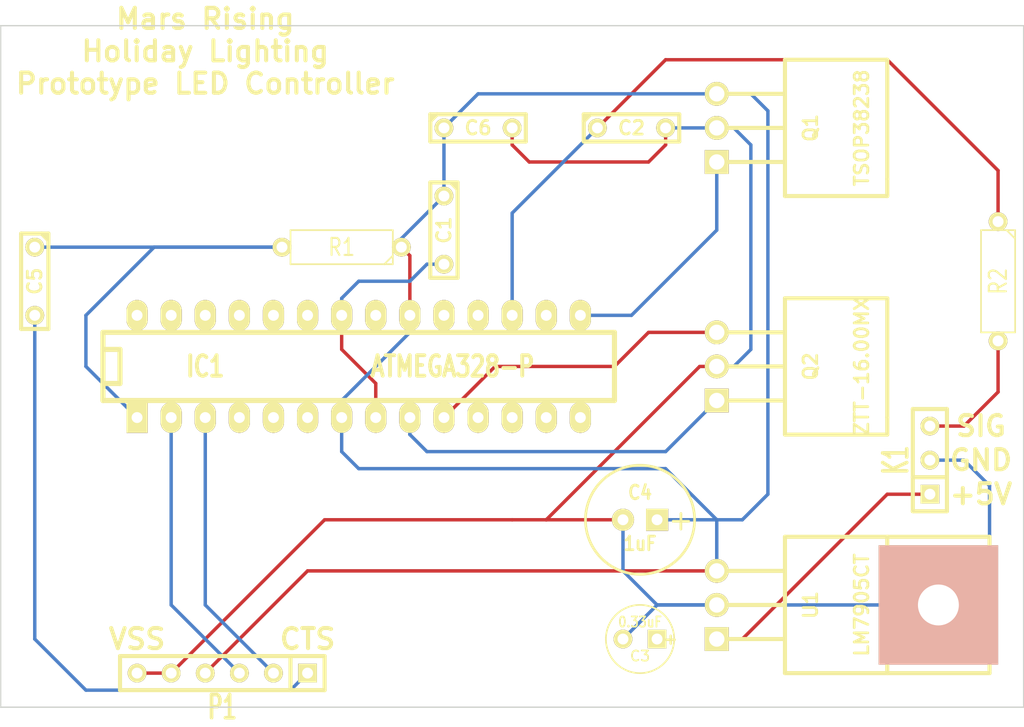
<source format=kicad_pcb>
(kicad_pcb (version 3) (host pcbnew "(2013-07-07 BZR 4022)-stable")

  (general
    (links 32)
    (no_connects 1)
    (area 170.764999 111.074999 247.20518 163.19627)
    (thickness 1.6)
    (drawings 10)
    (tracks 95)
    (zones 0)
    (modules 14)
    (nets 14)
  )

  (page USLetter)
  (title_block 
    (title "LED Controller PTH")
    (rev 1)
    (company "Mars Rising")
  )

  (layers
    (15 F.Cu signal)
    (0 B.Cu signal)
    (16 B.Adhes user)
    (17 F.Adhes user)
    (18 B.Paste user)
    (19 F.Paste user)
    (20 B.SilkS user)
    (21 F.SilkS user)
    (22 B.Mask user)
    (23 F.Mask user)
    (24 Dwgs.User user)
    (25 Cmts.User user)
    (26 Eco1.User user)
    (27 Eco2.User user)
    (28 Edge.Cuts user)
  )

  (setup
    (last_trace_width 0.254)
    (trace_clearance 0.254)
    (zone_clearance 0.508)
    (zone_45_only no)
    (trace_min 0.254)
    (segment_width 0.2)
    (edge_width 0.1)
    (via_size 0.889)
    (via_drill 0.635)
    (via_min_size 0.889)
    (via_min_drill 0.508)
    (uvia_size 0.508)
    (uvia_drill 0.127)
    (uvias_allowed no)
    (uvia_min_size 0.508)
    (uvia_min_drill 0.127)
    (pcb_text_width 0.3)
    (pcb_text_size 1.5 1.5)
    (mod_edge_width 0.3)
    (mod_text_size 1 1)
    (mod_text_width 0.15)
    (pad_size 8.89 8.89)
    (pad_drill 3.048)
    (pad_to_mask_clearance 0)
    (aux_axis_origin 0 0)
    (visible_elements 7FFFFFFF)
    (pcbplotparams
      (layerselection 284196865)
      (usegerberextensions true)
      (excludeedgelayer true)
      (linewidth 0.150000)
      (plotframeref false)
      (viasonmask false)
      (mode 1)
      (useauxorigin false)
      (hpglpennumber 1)
      (hpglpenspeed 20)
      (hpglpendiameter 15)
      (hpglpenoverlay 2)
      (psnegative false)
      (psa4output false)
      (plotreference true)
      (plotvalue true)
      (plotothertext true)
      (plotinvisibletext false)
      (padsonsilk false)
      (subtractmaskfromsilk false)
      (outputformat 1)
      (mirror false)
      (drillshape 0)
      (scaleselection 1)
      (outputdirectory "LED Controller PTH Gerber/"))
  )

  (net 0 "")
  (net 1 N-0000015)
  (net 2 N-0000016)
  (net 3 N-0000017)
  (net 4 N-0000021)
  (net 5 N-0000024)
  (net 6 N-0000025)
  (net 7 N-0000026)
  (net 8 N-0000027)
  (net 9 N-0000028)
  (net 10 N-0000029)
  (net 11 VCC)
  (net 12 VPP)
  (net 13 VSS)

  (net_class Default "This is the default net class."
    (clearance 0.254)
    (trace_width 0.254)
    (via_dia 0.889)
    (via_drill 0.635)
    (uvia_dia 0.508)
    (uvia_drill 0.127)
    (add_net "")
    (add_net N-0000015)
    (add_net N-0000016)
    (add_net N-0000017)
    (add_net N-0000021)
    (add_net N-0000024)
    (add_net N-0000025)
    (add_net N-0000026)
    (add_net N-0000027)
    (add_net N-0000028)
    (add_net N-0000029)
    (add_net VCC)
    (add_net VPP)
    (add_net VSS)
  )

  (module TO220 (layer F.Cu) (tedit 5387C1A7) (tstamp 5387BE17)
    (at 149.225 90.805)
    (descr "Transistor TO 220")
    (tags "TR TO220 DEV")
    (path /538757A6)
    (fp_text reference Q1 (at 6.985 0 90) (layer F.SilkS)
      (effects (font (size 1.016 1.016) (thickness 0.2032)))
    )
    (fp_text value TSOP38238 (at 10.795 0 90) (layer F.SilkS)
      (effects (font (size 1.016 1.016) (thickness 0.2032)))
    )
    (fp_line (start 12.7 5.08) (end 5.08 5.08) (layer F.SilkS) (width 0.3))
    (fp_line (start 5.08 -5.08) (end 12.7 -5.08) (layer F.SilkS) (width 0.3))
    (fp_line (start 0 -2.54) (end 5.08 -2.54) (layer F.SilkS) (width 0.3048))
    (fp_line (start 0 0) (end 5.08 0) (layer F.SilkS) (width 0.3048))
    (fp_line (start 0 2.54) (end 5.08 2.54) (layer F.SilkS) (width 0.3048))
    (fp_line (start 5.08 -5.08) (end 5.08 5.08) (layer F.SilkS) (width 0.3048))
    (fp_line (start 12.7 3.81) (end 12.7 -5.08) (layer F.SilkS) (width 0.3048))
    (fp_line (start 12.7 3.81) (end 12.7 5.08) (layer F.SilkS) (width 0.3048))
    (pad 1 thru_hole rect (at 0 2.54) (size 1.778 1.778) (drill 1.143)
      (layers *.Cu *.Mask F.SilkS)
      (net 5 N-0000024)
    )
    (pad 3 thru_hole circle (at 0 -2.54) (size 1.778 1.778) (drill 1.143)
      (layers *.Cu *.Mask F.SilkS)
      (net 11 VCC)
    )
    (pad 2 thru_hole circle (at 0 0) (size 1.778 1.778) (drill 1.143)
      (layers *.Cu *.Mask F.SilkS)
      (net 13 VSS)
    )
    (model discret/to220_horiz.wrl
      (at (xyz 0 0 0))
      (scale (xyz 1 1 1))
      (rotate (xyz 0 0 0))
    )
  )

  (module TO220 (layer F.Cu) (tedit 5387C144) (tstamp 5387BE28)
    (at 149.225 108.585)
    (descr "Transistor TO 220")
    (tags "TR TO220 DEV")
    (path /5387776F)
    (fp_text reference Q2 (at 6.985 0 90) (layer F.SilkS)
      (effects (font (size 1.016 1.016) (thickness 0.2032)))
    )
    (fp_text value ZTT-16.00MX (at 10.795 0 90) (layer F.SilkS)
      (effects (font (size 1.016 1.016) (thickness 0.2032)))
    )
    (fp_line (start 5.08 -5.08) (end 12.7 -5.08) (layer F.SilkS) (width 0.3))
    (fp_line (start 12.7 -5.08) (end 12.7 5.08) (layer F.SilkS) (width 0.15))
    (fp_line (start 12.7 5.08) (end 5.08 5.08) (layer F.SilkS) (width 0.3))
    (fp_line (start 5.08 5.08) (end 5.08 -5.08) (layer F.SilkS) (width 0.15))
    (fp_line (start 0 -2.54) (end 5.08 -2.54) (layer F.SilkS) (width 0.3048))
    (fp_line (start 0 0) (end 5.08 0) (layer F.SilkS) (width 0.3048))
    (fp_line (start 0 2.54) (end 5.08 2.54) (layer F.SilkS) (width 0.3048))
    (fp_line (start 5.08 -5.08) (end 5.08 5.08) (layer F.SilkS) (width 0.3048))
    (fp_line (start 12.7 3.81) (end 12.7 -5.08) (layer F.SilkS) (width 0.3048))
    (fp_line (start 12.7 3.81) (end 12.7 5.08) (layer F.SilkS) (width 0.3048))
    (pad 1 thru_hole rect (at 0 2.54) (size 1.778 1.778) (drill 1.143)
      (layers *.Cu *.Mask F.SilkS)
      (net 8 N-0000027)
    )
    (pad 3 thru_hole circle (at 0 -2.54) (size 1.778 1.778) (drill 1.143)
      (layers *.Cu *.Mask F.SilkS)
      (net 9 N-0000028)
    )
    (pad 2 thru_hole circle (at 0 0) (size 1.778 1.778) (drill 1.143)
      (layers *.Cu *.Mask F.SilkS)
      (net 13 VSS)
    )
    (model discret/to220_horiz.wrl
      (at (xyz 0 0 0))
      (scale (xyz 1 1 1))
      (rotate (xyz 0 0 0))
    )
  )

  (module TO220 (layer F.Cu) (tedit 5387C00B) (tstamp 5387BE39)
    (at 149.225 126.365)
    (descr "Transistor TO 220")
    (tags "TR TO220 DEV")
    (path /5387842B)
    (fp_text reference U1 (at 6.985 0 90) (layer F.SilkS)
      (effects (font (size 1.016 1.016) (thickness 0.2032)))
    )
    (fp_text value LM7905CT (at 10.795 0 90) (layer F.SilkS)
      (effects (font (size 1.016 1.016) (thickness 0.2032)))
    )
    (fp_line (start 0 -2.54) (end 5.08 -2.54) (layer F.SilkS) (width 0.3048))
    (fp_line (start 0 0) (end 5.08 0) (layer F.SilkS) (width 0.3048))
    (fp_line (start 0 2.54) (end 5.08 2.54) (layer F.SilkS) (width 0.3048))
    (fp_line (start 5.08 5.08) (end 20.32 5.08) (layer F.SilkS) (width 0.3048))
    (fp_line (start 20.32 5.08) (end 20.32 -5.08) (layer F.SilkS) (width 0.3048))
    (fp_line (start 20.32 -5.08) (end 5.08 -5.08) (layer F.SilkS) (width 0.3048))
    (fp_line (start 5.08 -5.08) (end 5.08 5.08) (layer F.SilkS) (width 0.3048))
    (fp_line (start 12.7 3.81) (end 12.7 -5.08) (layer F.SilkS) (width 0.3048))
    (fp_line (start 12.7 3.81) (end 12.7 5.08) (layer F.SilkS) (width 0.3048))
    (pad 1 thru_hole rect (at 0 2.54) (size 1.778 1.778) (drill 1.143)
      (layers *.Cu *.Mask F.SilkS)
      (net 12 VPP)
    )
    (pad 3 thru_hole circle (at 0 -2.54) (size 1.778 1.778) (drill 1.143)
      (layers *.Cu *.Mask F.SilkS)
      (net 11 VCC)
    )
    (pad 2 thru_hole circle (at 0 0) (size 1.778 1.778) (drill 1.143)
      (layers *.Cu *.Mask F.SilkS)
      (net 13 VSS)
    )
    (pad 4 thru_hole rect (at 16.51 0) (size 8.89 8.89) (drill 3.048)
      (layers *.Cu *.SilkS *.Mask)
    )
    (model discret/to220_horiz.wrl
      (at (xyz 0 0 0))
      (scale (xyz 1 1 1))
      (rotate (xyz 0 0 0))
    )
  )

  (module SIL-6 (layer F.Cu) (tedit 200000) (tstamp 5387BE48)
    (at 112.395 131.445 180)
    (descr "Connecteur 6 pins")
    (tags "CONN DEV")
    (path /538785A9)
    (fp_text reference P1 (at 0 -2.54 180) (layer F.SilkS)
      (effects (font (size 1.72974 1.08712) (thickness 0.3048)))
    )
    (fp_text value CONN_6 (at 0 -2.54 180) (layer F.SilkS) hide
      (effects (font (size 1.524 1.016) (thickness 0.3048)))
    )
    (fp_line (start -7.62 1.27) (end -7.62 -1.27) (layer F.SilkS) (width 0.3048))
    (fp_line (start -7.62 -1.27) (end 7.62 -1.27) (layer F.SilkS) (width 0.3048))
    (fp_line (start 7.62 -1.27) (end 7.62 1.27) (layer F.SilkS) (width 0.3048))
    (fp_line (start 7.62 1.27) (end -7.62 1.27) (layer F.SilkS) (width 0.3048))
    (fp_line (start -5.08 1.27) (end -5.08 -1.27) (layer F.SilkS) (width 0.3048))
    (pad 1 thru_hole rect (at -6.35 0 180) (size 1.397 1.397) (drill 0.8128)
      (layers *.Cu *.Mask F.SilkS)
      (net 3 N-0000017)
    )
    (pad 2 thru_hole circle (at -3.81 0 180) (size 1.397 1.397) (drill 0.8128)
      (layers *.Cu *.Mask F.SilkS)
      (net 2 N-0000016)
    )
    (pad 3 thru_hole circle (at -1.27 0 180) (size 1.397 1.397) (drill 0.8128)
      (layers *.Cu *.Mask F.SilkS)
      (net 10 N-0000029)
    )
    (pad 4 thru_hole circle (at 1.27 0 180) (size 1.397 1.397) (drill 0.8128)
      (layers *.Cu *.Mask F.SilkS)
      (net 11 VCC)
    )
    (pad 5 thru_hole circle (at 3.81 0 180) (size 1.397 1.397) (drill 0.8128)
      (layers *.Cu *.Mask F.SilkS)
      (net 13 VSS)
    )
    (pad 6 thru_hole circle (at 6.35 0 180) (size 1.397 1.397) (drill 0.8128)
      (layers *.Cu *.Mask F.SilkS)
      (net 13 VSS)
    )
  )

  (module SIL-3 (layer F.Cu) (tedit 200000) (tstamp 5387BE54)
    (at 165.1 115.57 90)
    (descr "Connecteur 3 pins")
    (tags "CONN DEV")
    (path /53875169)
    (fp_text reference K1 (at 0 -2.54 90) (layer F.SilkS)
      (effects (font (size 1.7907 1.07696) (thickness 0.3048)))
    )
    (fp_text value CONN_3 (at 0 -2.54 90) (layer F.SilkS) hide
      (effects (font (size 1.524 1.016) (thickness 0.3048)))
    )
    (fp_line (start -3.81 1.27) (end -3.81 -1.27) (layer F.SilkS) (width 0.3048))
    (fp_line (start -3.81 -1.27) (end 3.81 -1.27) (layer F.SilkS) (width 0.3048))
    (fp_line (start 3.81 -1.27) (end 3.81 1.27) (layer F.SilkS) (width 0.3048))
    (fp_line (start 3.81 1.27) (end -3.81 1.27) (layer F.SilkS) (width 0.3048))
    (fp_line (start -1.27 -1.27) (end -1.27 1.27) (layer F.SilkS) (width 0.3048))
    (pad 1 thru_hole rect (at -2.54 0 90) (size 1.397 1.397) (drill 0.8128)
      (layers *.Cu *.Mask F.SilkS)
      (net 12 VPP)
    )
    (pad 2 thru_hole circle (at 0 0 90) (size 1.397 1.397) (drill 0.8128)
      (layers *.Cu *.Mask F.SilkS)
      (net 13 VSS)
    )
    (pad 3 thru_hole circle (at 2.54 0 90) (size 1.397 1.397) (drill 0.8128)
      (layers *.Cu *.Mask F.SilkS)
      (net 4 N-0000021)
    )
  )

  (module R3-5 (layer F.Cu) (tedit 3F979F9F) (tstamp 5387BE62)
    (at 121.285 99.695 180)
    (path /53879813)
    (fp_text reference R1 (at 0 0 180) (layer F.SilkS)
      (effects (font (size 1.27 1.016) (thickness 0.1524)))
    )
    (fp_text value 10K (at 0 0 180) (layer F.SilkS) hide
      (effects (font (size 1.27 1.016) (thickness 0.1524)))
    )
    (fp_line (start -3.81 -0.635) (end -3.81 1.27) (layer F.SilkS) (width 0.127))
    (fp_line (start -3.81 1.27) (end 3.81 1.27) (layer F.SilkS) (width 0.127))
    (fp_line (start 3.81 1.27) (end 3.81 -1.27) (layer F.SilkS) (width 0.127))
    (fp_line (start 3.81 -1.27) (end -3.81 -1.27) (layer F.SilkS) (width 0.127))
    (fp_line (start -3.81 -1.27) (end -3.81 -0.635) (layer F.SilkS) (width 0.127))
    (fp_line (start -4.445 0) (end -3.81 0) (layer F.SilkS) (width 0.127))
    (fp_line (start 3.81 0) (end 4.445 0) (layer F.SilkS) (width 0.127))
    (fp_line (start -3.81 -0.635) (end -3.175 -1.27) (layer F.SilkS) (width 0.127))
    (pad 1 thru_hole circle (at -4.445 0 180) (size 1.397 1.397) (drill 0.8128)
      (layers *.Cu *.Mask F.SilkS)
      (net 11 VCC)
    )
    (pad 2 thru_hole circle (at 4.445 0 180) (size 1.397 1.397) (drill 0.8128)
      (layers *.Cu *.Mask F.SilkS)
      (net 1 N-0000015)
    )
    (model discret/resistor.wrl
      (at (xyz 0 0 0))
      (scale (xyz 0.35 0.35 0.3))
      (rotate (xyz 0 0 0))
    )
  )

  (module DIP-28__300_ELL (layer F.Cu) (tedit 200000) (tstamp 5387BE89)
    (at 122.555 108.585)
    (descr "28 pins DIL package, elliptical pads, width 300mil")
    (tags DIL)
    (path /53875122)
    (fp_text reference IC1 (at -11.43 0) (layer F.SilkS)
      (effects (font (size 1.524 1.143) (thickness 0.3048)))
    )
    (fp_text value ATMEGA328-P (at 6.985 0) (layer F.SilkS)
      (effects (font (size 1.524 1.143) (thickness 0.3048)))
    )
    (fp_line (start -19.05 -2.54) (end 19.05 -2.54) (layer F.SilkS) (width 0.381))
    (fp_line (start 19.05 -2.54) (end 19.05 2.54) (layer F.SilkS) (width 0.381))
    (fp_line (start 19.05 2.54) (end -19.05 2.54) (layer F.SilkS) (width 0.381))
    (fp_line (start -19.05 2.54) (end -19.05 -2.54) (layer F.SilkS) (width 0.381))
    (fp_line (start -19.05 -1.27) (end -17.78 -1.27) (layer F.SilkS) (width 0.381))
    (fp_line (start -17.78 -1.27) (end -17.78 1.27) (layer F.SilkS) (width 0.381))
    (fp_line (start -17.78 1.27) (end -19.05 1.27) (layer F.SilkS) (width 0.381))
    (pad 2 thru_hole oval (at -13.97 3.81) (size 1.5748 2.286) (drill 0.8128)
      (layers *.Cu *.Mask F.SilkS)
      (net 10 N-0000029)
    )
    (pad 3 thru_hole oval (at -11.43 3.81) (size 1.5748 2.286) (drill 0.8128)
      (layers *.Cu *.Mask F.SilkS)
      (net 2 N-0000016)
    )
    (pad 4 thru_hole oval (at -8.89 3.81) (size 1.5748 2.286) (drill 0.8128)
      (layers *.Cu *.Mask F.SilkS)
    )
    (pad 5 thru_hole oval (at -6.35 3.81) (size 1.5748 2.286) (drill 0.8128)
      (layers *.Cu *.Mask F.SilkS)
    )
    (pad 6 thru_hole oval (at -3.81 3.81) (size 1.5748 2.286) (drill 0.8128)
      (layers *.Cu *.Mask F.SilkS)
    )
    (pad 7 thru_hole oval (at -1.27 3.81) (size 1.5748 2.286) (drill 0.8128)
      (layers *.Cu *.Mask F.SilkS)
      (net 11 VCC)
    )
    (pad 8 thru_hole oval (at 1.27 3.81) (size 1.5748 2.286) (drill 0.8128)
      (layers *.Cu *.Mask F.SilkS)
      (net 7 N-0000026)
    )
    (pad 9 thru_hole oval (at 3.81 3.81) (size 1.5748 2.286) (drill 0.8128)
      (layers *.Cu *.Mask F.SilkS)
      (net 8 N-0000027)
    )
    (pad 10 thru_hole oval (at 6.35 3.81) (size 1.5748 2.286) (drill 0.8128)
      (layers *.Cu *.Mask F.SilkS)
      (net 9 N-0000028)
    )
    (pad 11 thru_hole oval (at 8.89 3.81) (size 1.5748 2.286) (drill 0.8128)
      (layers *.Cu *.Mask F.SilkS)
    )
    (pad 12 thru_hole oval (at 11.43 3.81) (size 1.5748 2.286) (drill 0.8128)
      (layers *.Cu *.Mask F.SilkS)
    )
    (pad 13 thru_hole oval (at 13.97 3.81) (size 1.5748 2.286) (drill 0.8128)
      (layers *.Cu *.Mask F.SilkS)
    )
    (pad 14 thru_hole oval (at 16.51 3.81) (size 1.5748 2.286) (drill 0.8128)
      (layers *.Cu *.Mask F.SilkS)
    )
    (pad 1 thru_hole rect (at -16.51 3.81) (size 1.5748 2.286) (drill 0.8128)
      (layers *.Cu *.Mask F.SilkS)
      (net 1 N-0000015)
    )
    (pad 15 thru_hole oval (at 16.51 -3.81) (size 1.5748 2.286) (drill 0.8128)
      (layers *.Cu *.Mask F.SilkS)
      (net 5 N-0000024)
    )
    (pad 16 thru_hole oval (at 13.97 -3.81) (size 1.5748 2.286) (drill 0.8128)
      (layers *.Cu *.Mask F.SilkS)
    )
    (pad 17 thru_hole oval (at 11.43 -3.81) (size 1.5748 2.286) (drill 0.8128)
      (layers *.Cu *.Mask F.SilkS)
      (net 6 N-0000025)
    )
    (pad 18 thru_hole oval (at 8.89 -3.81) (size 1.5748 2.286) (drill 0.8128)
      (layers *.Cu *.Mask F.SilkS)
    )
    (pad 19 thru_hole oval (at 6.35 -3.81) (size 1.5748 2.286) (drill 0.8128)
      (layers *.Cu *.Mask F.SilkS)
    )
    (pad 20 thru_hole oval (at 3.81 -3.81) (size 1.5748 2.286) (drill 0.8128)
      (layers *.Cu *.Mask F.SilkS)
      (net 11 VCC)
    )
    (pad 21 thru_hole oval (at 1.27 -3.81) (size 1.5748 2.286) (drill 0.8128)
      (layers *.Cu *.Mask F.SilkS)
    )
    (pad 22 thru_hole oval (at -1.27 -3.81) (size 1.5748 2.286) (drill 0.8128)
      (layers *.Cu *.Mask F.SilkS)
      (net 7 N-0000026)
    )
    (pad 23 thru_hole oval (at -3.81 -3.81) (size 1.5748 2.286) (drill 0.8128)
      (layers *.Cu *.Mask F.SilkS)
    )
    (pad 24 thru_hole oval (at -6.35 -3.81) (size 1.5748 2.286) (drill 0.8128)
      (layers *.Cu *.Mask F.SilkS)
    )
    (pad 25 thru_hole oval (at -8.89 -3.81) (size 1.5748 2.286) (drill 0.8128)
      (layers *.Cu *.Mask F.SilkS)
    )
    (pad 26 thru_hole oval (at -11.43 -3.81) (size 1.5748 2.286) (drill 0.8128)
      (layers *.Cu *.Mask F.SilkS)
    )
    (pad 27 thru_hole oval (at -13.97 -3.81) (size 1.5748 2.286) (drill 0.8128)
      (layers *.Cu *.Mask F.SilkS)
    )
    (pad 28 thru_hole oval (at -16.51 -3.81) (size 1.5748 2.286) (drill 0.8128)
      (layers *.Cu *.Mask F.SilkS)
    )
    (model dil/dil_28-w300.wrl
      (at (xyz 0 0 0))
      (scale (xyz 1 1 1))
      (rotate (xyz 0 0 0))
    )
  )

  (module C2 (layer F.Cu) (tedit 200000) (tstamp 5387BEB4)
    (at 142.875 90.805)
    (descr "Condensateur = 2 pas")
    (tags C)
    (path /53875854)
    (fp_text reference C2 (at 0 0) (layer F.SilkS)
      (effects (font (size 1.016 1.016) (thickness 0.2032)))
    )
    (fp_text value 0.1uF (at 0 0) (layer F.SilkS) hide
      (effects (font (size 1.016 1.016) (thickness 0.2032)))
    )
    (fp_line (start -3.556 -1.016) (end 3.556 -1.016) (layer F.SilkS) (width 0.3048))
    (fp_line (start 3.556 -1.016) (end 3.556 1.016) (layer F.SilkS) (width 0.3048))
    (fp_line (start 3.556 1.016) (end -3.556 1.016) (layer F.SilkS) (width 0.3048))
    (fp_line (start -3.556 1.016) (end -3.556 -1.016) (layer F.SilkS) (width 0.3048))
    (fp_line (start -3.556 -0.508) (end -3.048 -1.016) (layer F.SilkS) (width 0.3048))
    (pad 1 thru_hole circle (at -2.54 0) (size 1.397 1.397) (drill 0.8128)
      (layers *.Cu *.Mask F.SilkS)
      (net 6 N-0000025)
    )
    (pad 2 thru_hole circle (at 2.54 0) (size 1.397 1.397) (drill 0.8128)
      (layers *.Cu *.Mask F.SilkS)
      (net 13 VSS)
    )
    (model discret/capa_2pas_5x5mm.wrl
      (at (xyz 0 0 0))
      (scale (xyz 1 1 1))
      (rotate (xyz 0 0 0))
    )
  )

  (module C2 (layer F.Cu) (tedit 200000) (tstamp 5387BEBF)
    (at 128.905 98.425 270)
    (descr "Condensateur = 2 pas")
    (tags C)
    (path /53875919)
    (fp_text reference C1 (at 0 0 270) (layer F.SilkS)
      (effects (font (size 1.016 1.016) (thickness 0.2032)))
    )
    (fp_text value 0.1uF (at 0 0 270) (layer F.SilkS) hide
      (effects (font (size 1.016 1.016) (thickness 0.2032)))
    )
    (fp_line (start -3.556 -1.016) (end 3.556 -1.016) (layer F.SilkS) (width 0.3048))
    (fp_line (start 3.556 -1.016) (end 3.556 1.016) (layer F.SilkS) (width 0.3048))
    (fp_line (start 3.556 1.016) (end -3.556 1.016) (layer F.SilkS) (width 0.3048))
    (fp_line (start -3.556 1.016) (end -3.556 -1.016) (layer F.SilkS) (width 0.3048))
    (fp_line (start -3.556 -0.508) (end -3.048 -1.016) (layer F.SilkS) (width 0.3048))
    (pad 1 thru_hole circle (at -2.54 0 270) (size 1.397 1.397) (drill 0.8128)
      (layers *.Cu *.Mask F.SilkS)
      (net 11 VCC)
    )
    (pad 2 thru_hole circle (at 2.54 0 270) (size 1.397 1.397) (drill 0.8128)
      (layers *.Cu *.Mask F.SilkS)
      (net 7 N-0000026)
    )
    (model discret/capa_2pas_5x5mm.wrl
      (at (xyz 0 0 0))
      (scale (xyz 1 1 1))
      (rotate (xyz 0 0 0))
    )
  )

  (module C2 (layer F.Cu) (tedit 200000) (tstamp 5387BECA)
    (at 98.425 102.235 270)
    (descr "Condensateur = 2 pas")
    (tags C)
    (path /53879856)
    (fp_text reference C5 (at 0 0 270) (layer F.SilkS)
      (effects (font (size 1.016 1.016) (thickness 0.2032)))
    )
    (fp_text value 0.1uF (at 0 0 270) (layer F.SilkS) hide
      (effects (font (size 1.016 1.016) (thickness 0.2032)))
    )
    (fp_line (start -3.556 -1.016) (end 3.556 -1.016) (layer F.SilkS) (width 0.3048))
    (fp_line (start 3.556 -1.016) (end 3.556 1.016) (layer F.SilkS) (width 0.3048))
    (fp_line (start 3.556 1.016) (end -3.556 1.016) (layer F.SilkS) (width 0.3048))
    (fp_line (start -3.556 1.016) (end -3.556 -1.016) (layer F.SilkS) (width 0.3048))
    (fp_line (start -3.556 -0.508) (end -3.048 -1.016) (layer F.SilkS) (width 0.3048))
    (pad 1 thru_hole circle (at -2.54 0 270) (size 1.397 1.397) (drill 0.8128)
      (layers *.Cu *.Mask F.SilkS)
      (net 1 N-0000015)
    )
    (pad 2 thru_hole circle (at 2.54 0 270) (size 1.397 1.397) (drill 0.8128)
      (layers *.Cu *.Mask F.SilkS)
      (net 3 N-0000017)
    )
    (model discret/capa_2pas_5x5mm.wrl
      (at (xyz 0 0 0))
      (scale (xyz 1 1 1))
      (rotate (xyz 0 0 0))
    )
  )

  (module C2 (layer F.Cu) (tedit 200000) (tstamp 5387BED5)
    (at 131.445 90.805)
    (descr "Condensateur = 2 pas")
    (tags C)
    (path /53879919)
    (fp_text reference C6 (at 0 0) (layer F.SilkS)
      (effects (font (size 1.016 1.016) (thickness 0.2032)))
    )
    (fp_text value 0.1uF (at 0 0) (layer F.SilkS) hide
      (effects (font (size 1.016 1.016) (thickness 0.2032)))
    )
    (fp_line (start -3.556 -1.016) (end 3.556 -1.016) (layer F.SilkS) (width 0.3048))
    (fp_line (start 3.556 -1.016) (end 3.556 1.016) (layer F.SilkS) (width 0.3048))
    (fp_line (start 3.556 1.016) (end -3.556 1.016) (layer F.SilkS) (width 0.3048))
    (fp_line (start -3.556 1.016) (end -3.556 -1.016) (layer F.SilkS) (width 0.3048))
    (fp_line (start -3.556 -0.508) (end -3.048 -1.016) (layer F.SilkS) (width 0.3048))
    (pad 1 thru_hole circle (at -2.54 0) (size 1.397 1.397) (drill 0.8128)
      (layers *.Cu *.Mask F.SilkS)
      (net 11 VCC)
    )
    (pad 2 thru_hole circle (at 2.54 0) (size 1.397 1.397) (drill 0.8128)
      (layers *.Cu *.Mask F.SilkS)
      (net 13 VSS)
    )
    (model discret/capa_2pas_5x5mm.wrl
      (at (xyz 0 0 0))
      (scale (xyz 1 1 1))
      (rotate (xyz 0 0 0))
    )
  )

  (module C1V8 (layer F.Cu) (tedit 3DD3A719) (tstamp 53885AEA)
    (at 143.51 120.015 180)
    (path /538784AB)
    (fp_text reference C4 (at 0 2.032 180) (layer F.SilkS)
      (effects (font (size 1.016 0.889) (thickness 0.2032)))
    )
    (fp_text value 1uF (at 0 -1.77546 180) (layer F.SilkS)
      (effects (font (size 1.016 0.889) (thickness 0.2032)))
    )
    (fp_text user + (at -3.04546 0 180) (layer F.SilkS)
      (effects (font (size 1.524 1.524) (thickness 0.2032)))
    )
    (fp_circle (center 0 0) (end 4.064 0) (layer F.SilkS) (width 0.2032))
    (pad 1 thru_hole rect (at -1.27 0 180) (size 1.651 1.651) (drill 0.8128)
      (layers *.Cu *.Mask F.SilkS)
      (net 11 VCC)
    )
    (pad 2 thru_hole circle (at 1.27 0 180) (size 1.651 1.651) (drill 0.8128)
      (layers *.Cu *.Mask F.SilkS)
      (net 13 VSS)
    )
    (model discret/c_vert_c1v8.wrl
      (at (xyz 0 0 0))
      (scale (xyz 1 1 1))
      (rotate (xyz 0 0 0))
    )
  )

  (module C1V5 (layer F.Cu) (tedit 3E070CF4) (tstamp 53885AF2)
    (at 143.51 128.905 180)
    (descr "Condensateur e = 1 pas")
    (tags C)
    (path /5387849C)
    (fp_text reference C3 (at 0 -1.26746 180) (layer F.SilkS)
      (effects (font (size 0.762 0.762) (thickness 0.127)))
    )
    (fp_text value 0.33uF (at 0 1.27 180) (layer F.SilkS)
      (effects (font (size 0.762 0.635) (thickness 0.127)))
    )
    (fp_text user + (at -2.286 0 180) (layer F.SilkS)
      (effects (font (size 0.762 0.762) (thickness 0.2032)))
    )
    (fp_circle (center 0 0) (end 0.127 -2.54) (layer F.SilkS) (width 0.127))
    (pad 1 thru_hole rect (at -1.27 0 180) (size 1.397 1.397) (drill 0.8128)
      (layers *.Cu *.Mask F.SilkS)
      (net 12 VPP)
    )
    (pad 2 thru_hole circle (at 1.27 0 180) (size 1.397 1.397) (drill 0.8128)
      (layers *.Cu *.Mask F.SilkS)
      (net 13 VSS)
    )
    (model discret/c_vert_c1v5.wrl
      (at (xyz 0 0 0))
      (scale (xyz 1 1 1))
      (rotate (xyz 0 0 0))
    )
  )

  (module R3-5 (layer F.Cu) (tedit 3F979F9F) (tstamp 5387D1E6)
    (at 170.18 102.235 270)
    (path /5387D252)
    (fp_text reference R2 (at 0 0 270) (layer F.SilkS)
      (effects (font (size 1.27 1.016) (thickness 0.1524)))
    )
    (fp_text value 300 (at 0 0 270) (layer F.SilkS) hide
      (effects (font (size 1.27 1.016) (thickness 0.1524)))
    )
    (fp_line (start -3.81 -0.635) (end -3.81 1.27) (layer F.SilkS) (width 0.127))
    (fp_line (start -3.81 1.27) (end 3.81 1.27) (layer F.SilkS) (width 0.127))
    (fp_line (start 3.81 1.27) (end 3.81 -1.27) (layer F.SilkS) (width 0.127))
    (fp_line (start 3.81 -1.27) (end -3.81 -1.27) (layer F.SilkS) (width 0.127))
    (fp_line (start -3.81 -1.27) (end -3.81 -0.635) (layer F.SilkS) (width 0.127))
    (fp_line (start -4.445 0) (end -3.81 0) (layer F.SilkS) (width 0.127))
    (fp_line (start 3.81 0) (end 4.445 0) (layer F.SilkS) (width 0.127))
    (fp_line (start -3.81 -0.635) (end -3.175 -1.27) (layer F.SilkS) (width 0.127))
    (pad 1 thru_hole circle (at -4.445 0 270) (size 1.397 1.397) (drill 0.8128)
      (layers *.Cu *.Mask F.SilkS)
      (net 6 N-0000025)
    )
    (pad 2 thru_hole circle (at 4.445 0 270) (size 1.397 1.397) (drill 0.8128)
      (layers *.Cu *.Mask F.SilkS)
      (net 4 N-0000021)
    )
    (model discret/resistor.wrl
      (at (xyz 0 0 0))
      (scale (xyz 0.35 0.35 0.3))
      (rotate (xyz 0 0 0))
    )
  )

  (gr_text "Mars Rising\nHoliday Lighting\nPrototype LED Controller" (at 111.125 85.09) (layer F.SilkS)
    (effects (font (size 1.5 1.5) (thickness 0.3)))
  )
  (gr_text VSS (at 106.045 128.905) (layer F.SilkS)
    (effects (font (size 1.5 1.5) (thickness 0.3)))
  )
  (gr_text CTS (at 118.745 128.905) (layer F.SilkS)
    (effects (font (size 1.5 1.5) (thickness 0.3)))
  )
  (gr_text SIG (at 168.91 113.03) (layer F.SilkS)
    (effects (font (size 1.5 1.5) (thickness 0.3)))
  )
  (gr_text GND (at 168.91 115.57) (layer F.SilkS)
    (effects (font (size 1.5 1.5) (thickness 0.3)))
  )
  (gr_text +5V (at 168.91 118.11) (layer F.SilkS)
    (effects (font (size 1.5 1.5) (thickness 0.3)))
  )
  (gr_line (start 95.885 133.985) (end 95.885 83.185) (angle 90) (layer Edge.Cuts) (width 0.1))
  (gr_line (start 172.085 133.985) (end 95.885 133.985) (angle 90) (layer Edge.Cuts) (width 0.1))
  (gr_line (start 172.085 83.185) (end 172.085 133.985) (angle 90) (layer Edge.Cuts) (width 0.1))
  (gr_line (start 95.885 83.185) (end 172.085 83.185) (angle 90) (layer Edge.Cuts) (width 0.1))

  (segment (start 116.84 99.695) (end 98.425 99.695) (width 0.254) (layer B.Cu) (net 1))
  (segment (start 116.84 99.695) (end 107.315 99.695) (width 0.254) (layer B.Cu) (net 1))
  (segment (start 102.235 108.585) (end 106.045 112.395) (width 0.254) (layer B.Cu) (net 1) (tstamp 5387BC59))
  (segment (start 102.235 104.775) (end 102.235 108.585) (width 0.254) (layer B.Cu) (net 1) (tstamp 5387BC57))
  (segment (start 107.315 99.695) (end 102.235 104.775) (width 0.254) (layer B.Cu) (net 1) (tstamp 5387BC55))
  (segment (start 116.205 131.445) (end 111.125 126.365) (width 0.254) (layer B.Cu) (net 2))
  (segment (start 111.125 126.365) (end 111.125 112.395) (width 0.254) (layer B.Cu) (net 2) (tstamp 5387BBF0))
  (segment (start 98.425 104.775) (end 98.425 128.905) (width 0.254) (layer B.Cu) (net 3))
  (segment (start 117.475 132.715) (end 118.745 131.445) (width 0.254) (layer B.Cu) (net 3) (tstamp 5387BCAA))
  (segment (start 102.235 132.715) (end 117.475 132.715) (width 0.254) (layer B.Cu) (net 3) (tstamp 5387BCA6))
  (segment (start 98.425 128.905) (end 102.235 132.715) (width 0.254) (layer B.Cu) (net 3) (tstamp 5387BCA2))
  (segment (start 170.18 106.68) (end 170.18 110.49) (width 0.254) (layer F.Cu) (net 4))
  (segment (start 167.64 113.03) (end 170.18 110.49) (width 0.254) (layer F.Cu) (net 4) (tstamp 5387C074))
  (segment (start 167.64 113.03) (end 165.1 113.03) (width 0.254) (layer F.Cu) (net 4))
  (segment (start 139.065 104.775) (end 142.875 104.775) (width 0.254) (layer B.Cu) (net 5))
  (segment (start 149.225 98.425) (end 149.225 93.345) (width 0.254) (layer B.Cu) (net 5) (tstamp 5387BCF6))
  (segment (start 142.875 104.775) (end 149.225 98.425) (width 0.254) (layer B.Cu) (net 5) (tstamp 5387BCF1))
  (segment (start 170.18 97.79) (end 170.18 93.98) (width 0.254) (layer F.Cu) (net 6))
  (segment (start 145.415 85.725) (end 140.335 90.805) (width 0.254) (layer F.Cu) (net 6))
  (segment (start 145.415 85.725) (end 161.925 85.725) (width 0.254) (layer F.Cu) (net 6) (tstamp 5387BF44))
  (segment (start 161.925 85.725) (end 170.18 93.98) (width 0.254) (layer F.Cu) (net 6) (tstamp 5387BF4E))
  (segment (start 140.335 90.805) (end 133.985 97.155) (width 0.254) (layer B.Cu) (net 6))
  (segment (start 133.985 97.155) (end 133.985 104.775) (width 0.254) (layer B.Cu) (net 6) (tstamp 5387BD65))
  (segment (start 121.285 104.775) (end 121.285 107.315) (width 0.254) (layer F.Cu) (net 7))
  (segment (start 123.825 109.855) (end 123.825 112.395) (width 0.254) (layer F.Cu) (net 7) (tstamp 5387BCC6))
  (segment (start 121.285 107.315) (end 123.825 109.855) (width 0.254) (layer F.Cu) (net 7) (tstamp 5387BCC2))
  (segment (start 128.905 100.965) (end 127.635 100.965) (width 0.254) (layer B.Cu) (net 7))
  (segment (start 121.285 103.505) (end 121.285 104.775) (width 0.254) (layer B.Cu) (net 7) (tstamp 5387BC4E))
  (segment (start 122.555 102.235) (end 121.285 103.505) (width 0.254) (layer B.Cu) (net 7) (tstamp 5387BC4C))
  (segment (start 126.365 102.235) (end 122.555 102.235) (width 0.254) (layer B.Cu) (net 7) (tstamp 5387BC4A))
  (segment (start 127.635 100.965) (end 126.365 102.235) (width 0.254) (layer B.Cu) (net 7) (tstamp 5387BC48))
  (segment (start 149.225 111.125) (end 145.415 114.935) (width 0.254) (layer B.Cu) (net 8))
  (segment (start 126.365 113.665) (end 126.365 112.395) (width 0.254) (layer B.Cu) (net 8) (tstamp 5387BBB7))
  (segment (start 127.635 114.935) (end 126.365 113.665) (width 0.254) (layer B.Cu) (net 8) (tstamp 5387BBB6))
  (segment (start 145.415 114.935) (end 127.635 114.935) (width 0.254) (layer B.Cu) (net 8) (tstamp 5387BBB4))
  (segment (start 149.225 106.045) (end 144.145 106.045) (width 0.254) (layer F.Cu) (net 9))
  (segment (start 132.715 108.585) (end 128.905 112.395) (width 0.254) (layer F.Cu) (net 9) (tstamp 5387BBAE))
  (segment (start 141.605 108.585) (end 132.715 108.585) (width 0.254) (layer F.Cu) (net 9) (tstamp 5387BBAD))
  (segment (start 144.145 106.045) (end 141.605 108.585) (width 0.254) (layer F.Cu) (net 9) (tstamp 5387BBAB))
  (segment (start 113.665 131.445) (end 108.585 126.365) (width 0.254) (layer B.Cu) (net 10))
  (segment (start 108.585 126.365) (end 108.585 112.395) (width 0.254) (layer B.Cu) (net 10) (tstamp 5387BBE9))
  (segment (start 144.78 120.015) (end 149.225 120.015) (width 0.254) (layer B.Cu) (net 11))
  (segment (start 128.905 95.885) (end 128.905 90.805) (width 0.254) (layer B.Cu) (net 11))
  (segment (start 128.905 90.805) (end 131.445 88.265) (width 0.254) (layer B.Cu) (net 11) (tstamp 5387BD8C))
  (segment (start 131.445 88.265) (end 149.225 88.265) (width 0.254) (layer B.Cu) (net 11) (tstamp 5387BD8D))
  (segment (start 149.225 88.265) (end 151.765 88.265) (width 0.254) (layer B.Cu) (net 11))
  (segment (start 151.13 120.015) (end 149.225 120.015) (width 0.254) (layer B.Cu) (net 11) (tstamp 5387BD48))
  (segment (start 153.035 118.11) (end 151.13 120.015) (width 0.254) (layer B.Cu) (net 11) (tstamp 5387BD46))
  (segment (start 153.035 89.535) (end 153.035 118.11) (width 0.254) (layer B.Cu) (net 11) (tstamp 5387BD3E))
  (segment (start 151.765 88.265) (end 153.035 89.535) (width 0.254) (layer B.Cu) (net 11) (tstamp 5387BD3B))
  (segment (start 126.365 104.775) (end 126.365 100.33) (width 0.254) (layer F.Cu) (net 11))
  (segment (start 126.365 100.33) (end 125.73 99.695) (width 0.254) (layer F.Cu) (net 11) (tstamp 5387BCCD))
  (segment (start 121.285 112.395) (end 121.285 111.125) (width 0.254) (layer B.Cu) (net 11))
  (segment (start 126.365 106.045) (end 126.365 104.775) (width 0.254) (layer B.Cu) (net 11) (tstamp 5387BCB9))
  (segment (start 121.285 111.125) (end 126.365 106.045) (width 0.254) (layer B.Cu) (net 11) (tstamp 5387BCB0))
  (segment (start 125.73 99.695) (end 125.73 99.06) (width 0.254) (layer B.Cu) (net 11))
  (segment (start 125.73 99.06) (end 128.905 95.885) (width 0.254) (layer B.Cu) (net 11) (tstamp 5387BC52))
  (segment (start 121.285 112.395) (end 121.285 114.935) (width 0.254) (layer B.Cu) (net 11))
  (segment (start 145.415 116.205) (end 149.225 120.015) (width 0.254) (layer B.Cu) (net 11) (tstamp 5387BBC1))
  (segment (start 122.555 116.205) (end 145.415 116.205) (width 0.254) (layer B.Cu) (net 11) (tstamp 5387BBBD))
  (segment (start 121.285 114.935) (end 122.555 116.205) (width 0.254) (layer B.Cu) (net 11) (tstamp 5387BBBB))
  (segment (start 149.225 123.825) (end 118.745 123.825) (width 0.254) (layer F.Cu) (net 11))
  (segment (start 118.745 123.825) (end 111.125 131.445) (width 0.254) (layer F.Cu) (net 11) (tstamp 5387BB0F))
  (segment (start 149.225 123.825) (end 149.225 120.015) (width 0.254) (layer B.Cu) (net 11))
  (segment (start 149.225 128.905) (end 151.13 128.905) (width 0.254) (layer F.Cu) (net 12))
  (segment (start 161.925 118.11) (end 165.1 118.11) (width 0.254) (layer F.Cu) (net 12) (tstamp 5387C08C))
  (segment (start 151.13 128.905) (end 161.925 118.11) (width 0.254) (layer F.Cu) (net 12) (tstamp 5387C084))
  (segment (start 142.24 120.015) (end 136.525 120.015) (width 0.254) (layer F.Cu) (net 13))
  (segment (start 142.24 128.905) (end 144.78 126.365) (width 0.254) (layer B.Cu) (net 13))
  (segment (start 142.24 120.015) (end 142.24 123.825) (width 0.254) (layer B.Cu) (net 13))
  (segment (start 142.24 123.825) (end 144.78 126.365) (width 0.254) (layer B.Cu) (net 13) (tstamp 53885AFB))
  (segment (start 149.225 126.365) (end 165.735 126.365) (width 0.254) (layer B.Cu) (net 13))
  (segment (start 165.735 126.365) (end 169.545 122.555) (width 0.254) (layer B.Cu) (net 13) (tstamp 5387C092))
  (segment (start 167.64 115.57) (end 165.1 115.57) (width 0.254) (layer B.Cu) (net 13) (tstamp 5387C09C))
  (segment (start 169.545 117.475) (end 167.64 115.57) (width 0.254) (layer B.Cu) (net 13) (tstamp 5387C099))
  (segment (start 169.545 122.555) (end 169.545 117.475) (width 0.254) (layer B.Cu) (net 13) (tstamp 5387C093))
  (segment (start 133.985 90.805) (end 133.985 92.075) (width 0.254) (layer F.Cu) (net 13))
  (segment (start 145.415 92.075) (end 145.415 90.805) (width 0.254) (layer F.Cu) (net 13) (tstamp 5387BDA7))
  (segment (start 144.145 93.345) (end 145.415 92.075) (width 0.254) (layer F.Cu) (net 13) (tstamp 5387BDA3))
  (segment (start 135.255 93.345) (end 144.145 93.345) (width 0.254) (layer F.Cu) (net 13) (tstamp 5387BD9F))
  (segment (start 133.985 92.075) (end 135.255 93.345) (width 0.254) (layer F.Cu) (net 13) (tstamp 5387BD96))
  (segment (start 149.225 90.805) (end 145.415 90.805) (width 0.254) (layer B.Cu) (net 13))
  (segment (start 149.225 108.585) (end 150.495 108.585) (width 0.254) (layer B.Cu) (net 13))
  (segment (start 150.495 90.805) (end 149.225 90.805) (width 0.254) (layer B.Cu) (net 13) (tstamp 5387BD5D))
  (segment (start 151.765 92.075) (end 150.495 90.805) (width 0.254) (layer B.Cu) (net 13) (tstamp 5387BD5A))
  (segment (start 151.765 107.315) (end 151.765 92.075) (width 0.254) (layer B.Cu) (net 13) (tstamp 5387BD54))
  (segment (start 150.495 108.585) (end 151.765 107.315) (width 0.254) (layer B.Cu) (net 13) (tstamp 5387BD51))
  (segment (start 133.985 120.015) (end 136.525 120.015) (width 0.254) (layer F.Cu) (net 13))
  (segment (start 120.015 120.015) (end 108.585 131.445) (width 0.254) (layer F.Cu) (net 13) (tstamp 5387BB14))
  (segment (start 133.985 120.015) (end 120.015 120.015) (width 0.254) (layer F.Cu) (net 13))
  (segment (start 147.955 108.585) (end 149.225 108.585) (width 0.254) (layer F.Cu) (net 13) (tstamp 5387BB1C))
  (segment (start 136.525 120.015) (end 147.955 108.585) (width 0.254) (layer F.Cu) (net 13) (tstamp 5387BB1A))
  (segment (start 108.585 131.445) (end 106.045 131.445) (width 0.254) (layer F.Cu) (net 13) (tstamp 5387BB16))
  (segment (start 144.78 126.365) (end 149.225 126.365) (width 0.254) (layer B.Cu) (net 13) (tstamp 53885AFF))
  (segment (start 149.225 126.365) (end 144.78 126.365) (width 0.254) (layer B.Cu) (net 13))

)

</source>
